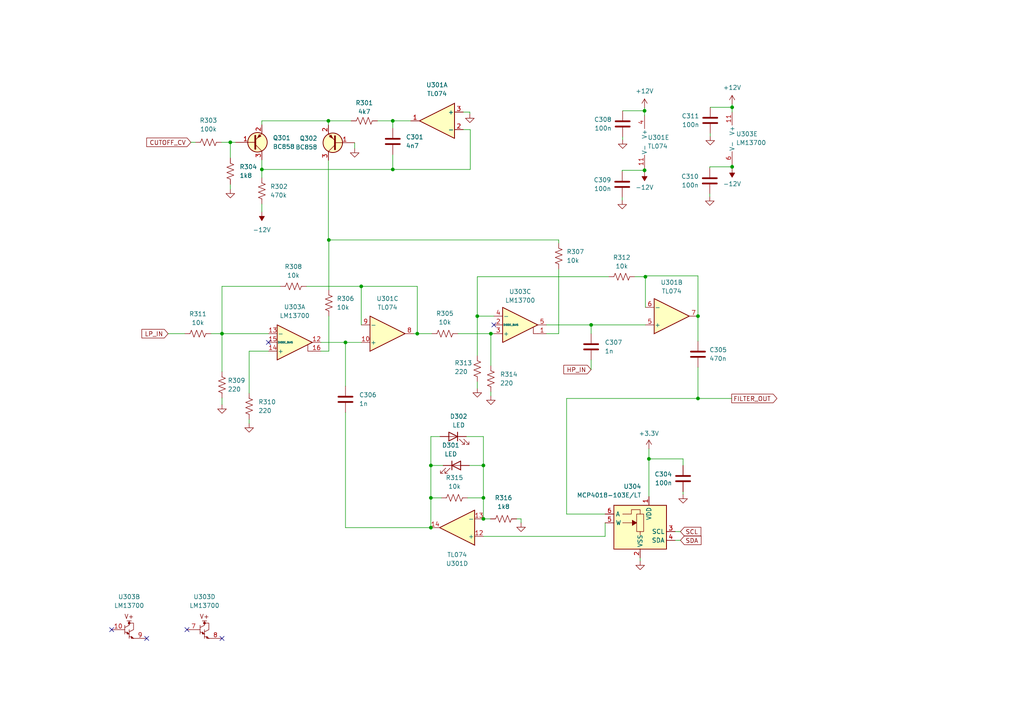
<source format=kicad_sch>
(kicad_sch (version 20230121) (generator eeschema)
  (paper "A4")
  (lib_symbols
    (symbol "Amplifier_Operational:LM13700" (pin_names (offset 0.127))
      (property "Reference" "U" (at 3.81 5.08 0))
      (property "Value" "LM13700" (at 5.08 -5.08 0))
      (symbol "LM13700_1_1"
        (polyline (pts (xy 3.81 -0.635) (xy 3.81 -2.54) (xy 5.08 -2.54)))
        (polyline (pts (xy 5.08 0) (xy -5.08 -5.08) (xy -5.08 5.08) (xy 5.08 0)) (stroke (width 0.254)) (fill (type background)))
        (pin output line (at 7.62 0 180) (length 2.54) (name "~") (number "12"))
        (pin input line (at -7.62 2.54 0) (length 2.54) (name "-") (number "13"))
        (pin input line (at -7.62 -2.54 0) (length 2.54) (name "+") (number "14"))
        (pin input line (at -7.62 0 0) (length 2.54) (name "DIODE_BIAS") (number "15"))
        (pin input line (at 7.62 -2.54 180) (length 2.54) (name "~") (number "16"))
      )
      (symbol "LM13700_2_0"
        (polyline (pts (xy -1.905 2.54) (xy -3.175 2.54)))
      )
      (symbol "LM13700_2_1"
        (circle (center -2.54 1.905) (radius 0.254) (stroke (width 0.254)) (fill (type outline)))
        (polyline (pts (xy -3.81 -0.635) (xy -2.54 -1.27)))
        (polyline (pts (xy -3.81 1.27) (xy -3.81 -1.27)))
        (polyline (pts (xy -2.54 -1.905) (xy -1.27 -2.54)))
        (polyline (pts (xy -2.54 0) (xy -2.54 -2.54)))
        (polyline (pts (xy -3.81 0.635) (xy -2.54 1.27) (xy -2.54 1.905) (xy -2.54 2.54)))
        (polyline (pts (xy -2.54 -1.27) (xy -3.175 -0.635) (xy -3.175 -1.27) (xy -2.54 -1.27)) (fill (type outline)))
        (polyline (pts (xy -2.54 -0.635) (xy -1.27 0) (xy -1.27 1.905) (xy -2.54 1.905)))
        (polyline (pts (xy -1.27 -2.54) (xy -1.905 -1.905) (xy -1.905 -2.54) (xy -1.27 -2.54)) (fill (type outline)))
        (text "V+" (at -2.54 3.81 0) (effects (font (size 1.27 1.27))))
        (pin input line (at -7.62 0 0) (length 3.81) (name "~") (number "10"))
        (pin output line (at 2.54 -2.54 180) (length 3.81) (name "~") (number "9"))
      )
      (symbol "LM13700_3_1"
        (polyline (pts (xy 3.81 -0.635) (xy 3.81 -2.54) (xy 5.08 -2.54)))
        (polyline (pts (xy 5.08 0) (xy -5.08 -5.08) (xy -5.08 5.08) (xy 5.08 0)) (stroke (width 0.254)) (fill (type background)))
        (pin input line (at 7.62 -2.54 180) (length 2.54) (name "~") (number "1"))
        (pin input line (at -7.62 0 0) (length 2.54) (name "DIODE_BIAS") (number "2"))
        (pin input line (at -7.62 -2.54 0) (length 2.54) (name "+") (number "3"))
        (pin input line (at -7.62 2.54 0) (length 2.54) (name "-") (number "4"))
        (pin output line (at 7.62 0 180) (length 2.54) (name "~") (number "5"))
      )
      (symbol "LM13700_4_0"
        (polyline (pts (xy -3.175 2.54) (xy -1.905 2.54)))
        (text "V+" (at -2.54 3.81 0) (effects (font (size 1.27 1.27))))
      )
      (symbol "LM13700_4_1"
        (circle (center -2.54 1.905) (radius 0.254) (stroke (width 0.254)) (fill (type outline)))
        (polyline (pts (xy -3.81 -0.635) (xy -2.54 -1.27)))
        (polyline (pts (xy -3.81 1.27) (xy -3.81 -1.27)))
        (polyline (pts (xy -2.54 -1.905) (xy -1.27 -2.54)))
        (polyline (pts (xy -2.54 0) (xy -2.54 -2.54)))
        (polyline (pts (xy -3.81 0.635) (xy -2.54 1.27) (xy -2.54 2.54)))
        (polyline (pts (xy -2.54 -1.27) (xy -3.175 -0.635) (xy -3.175 -1.27) (xy -2.54 -1.27)) (fill (type outline)))
        (polyline (pts (xy -2.54 -0.635) (xy -1.27 0) (xy -1.27 1.905) (xy -2.54 1.905)))
        (polyline (pts (xy -1.27 -2.54) (xy -1.905 -1.905) (xy -1.905 -2.54) (xy -1.27 -2.54)) (fill (type outline)))
        (pin input line (at -7.62 0 0) (length 3.81) (name "~") (number "7"))
        (pin output line (at 2.54 -2.54 180) (length 3.81) (name "~") (number "8"))
      )
      (symbol "LM13700_5_1"
        (pin power_in line (at -2.54 7.62 270) (length 3.81) (name "V+") (number "11"))
        (pin power_in line (at -2.54 -7.62 90) (length 3.81) (name "V-") (number "6"))
      )
    )
    (symbol "Amplifier_Operational:TL074" (pin_names (offset 0.127))
      (property "Reference" "U" (at 0 5.08 0))
      (property "Value" "TL074" (at 0 -5.08 0))
      (symbol "TL074_1_1"
        (polyline (pts (xy -5.08 5.08) (xy 5.08 0) (xy -5.08 -5.08) (xy -5.08 5.08)) (stroke (width 0.254)) (fill (type background)))
        (pin output line (at 7.62 0 180) (length 2.54) (name "~") (number "1"))
        (pin input line (at -7.62 -2.54 0) (length 2.54) (name "-") (number "2"))
        (pin input line (at -7.62 2.54 0) (length 2.54) (name "+") (number "3"))
      )
      (symbol "TL074_2_1"
        (polyline (pts (xy -5.08 5.08) (xy 5.08 0) (xy -5.08 -5.08) (xy -5.08 5.08)) (stroke (width 0.254)) (fill (type background)))
        (pin input line (at -7.62 2.54 0) (length 2.54) (name "+") (number "5"))
        (pin input line (at -7.62 -2.54 0) (length 2.54) (name "-") (number "6"))
        (pin output line (at 7.62 0 180) (length 2.54) (name "~") (number "7"))
      )
      (symbol "TL074_3_1"
        (polyline (pts (xy -5.08 5.08) (xy 5.08 0) (xy -5.08 -5.08) (xy -5.08 5.08)) (stroke (width 0.254)) (fill (type background)))
        (pin input line (at -7.62 2.54 0) (length 2.54) (name "+") (number "10"))
        (pin output line (at 7.62 0 180) (length 2.54) (name "~") (number "8"))
        (pin input line (at -7.62 -2.54 0) (length 2.54) (name "-") (number "9"))
      )
      (symbol "TL074_4_1"
        (polyline (pts (xy -5.08 5.08) (xy 5.08 0) (xy -5.08 -5.08) (xy -5.08 5.08)) (stroke (width 0.254)) (fill (type background)))
        (pin input line (at -7.62 2.54 0) (length 2.54) (name "+") (number "12"))
        (pin input line (at -7.62 -2.54 0) (length 2.54) (name "-") (number "13"))
        (pin output line (at 7.62 0 180) (length 2.54) (name "~") (number "14"))
      )
      (symbol "TL074_5_1"
        (pin power_in line (at -2.54 -7.62 90) (length 3.81) (name "V-") (number "11"))
        (pin power_in line (at -2.54 7.62 270) (length 3.81) (name "V+") (number "4"))
      )
    )
    (symbol "Device:C" (pin_numbers hide) (pin_names (offset 0.254))
      (property "Reference" "C" (at 0.635 2.54 0))
      (property "Value" "C" (at 0.635 -2.54 0))
      (symbol "C_0_1"
        (polyline (pts (xy -2.032 -0.762) (xy 2.032 -0.762)) (stroke (width 0.508)))
        (polyline (pts (xy -2.032 0.762) (xy 2.032 0.762)) (stroke (width 0.508)))
      )
      (symbol "C_1_1"
        (pin passive line (at 0 3.81 270) (length 2.794) (name "~") (number "1"))
        (pin passive line (at 0 -3.81 90) (length 2.794) (name "~") (number "2"))
      )
    )
    (symbol "Device:LED" (pin_numbers hide) (pin_names (offset 1.016) hide)
      (property "Reference" "D" (at 0 2.54 0))
      (property "Value" "LED" (at 0 -2.54 0))
      (symbol "LED_0_1"
        (polyline (pts (xy -1.27 -1.27) (xy -1.27 1.27)) (stroke (width 0.254)))
        (polyline (pts (xy -1.27 0) (xy 1.27 0)))
        (polyline (pts (xy 1.27 -1.27) (xy 1.27 1.27) (xy -1.27 0) (xy 1.27 -1.27)) (stroke (width 0.254)))
        (polyline (pts (xy -3.048 -0.762) (xy -4.572 -2.286) (xy -3.81 -2.286) (xy -4.572 -2.286) (xy -4.572 -1.524)))
        (polyline (pts (xy -1.778 -0.762) (xy -3.302 -2.286) (xy -2.54 -2.286) (xy -3.302 -2.286) (xy -3.302 -1.524)))
      )
      (symbol "LED_1_1"
        (pin passive line (at -3.81 0 0) (length 2.54) (name "K") (number "1"))
        (pin passive line (at 3.81 0 180) (length 2.54) (name "A") (number "2"))
      )
    )
    (symbol "Device:R_US" (pin_numbers hide) (pin_names (offset 0))
      (property "Reference" "R" (at 2.54 0 90))
      (property "Value" "R_US" (at -2.54 0 90))
      (symbol "R_US_0_1"
        (polyline (pts (xy 0 -2.286) (xy 0 -2.54)))
        (polyline (pts (xy 0 2.286) (xy 0 2.54)))
        (polyline (pts (xy 0 -0.762) (xy 1.016 -1.143) (xy 0 -1.524) (xy -1.016 -1.905) (xy 0 -2.286)))
        (polyline (pts (xy 0 0.762) (xy 1.016 0.381) (xy 0 0) (xy -1.016 -0.381) (xy 0 -0.762)))
        (polyline (pts (xy 0 2.286) (xy 1.016 1.905) (xy 0 1.524) (xy -1.016 1.143) (xy 0 0.762)))
      )
      (symbol "R_US_1_1"
        (pin passive line (at 0 3.81 270) (length 1.27) (name "~") (number "1"))
        (pin passive line (at 0 -3.81 90) (length 1.27) (name "~") (number "2"))
      )
    )
    (symbol "PCM_Transistor_BJT_AKL:BC858" (pin_names hide)
      (property "Reference" "Q" (at 5.08 1.27 0))
      (property "Value" "BC858" (at 5.08 -1.27 0))
      (symbol "BC858_0_1"
        (polyline (pts (xy 0.635 -0.635) (xy 2.54 -2.54)))
        (polyline (pts (xy 0.635 -1.905) (xy 0.635 1.905) (xy 0.635 1.905)) (stroke (width 0.508)))
        (polyline (pts (xy 0.635 0.635) (xy 2.54 2.54) (xy 2.54 2.54)))
        (polyline (pts (xy 2.286 1.778) (xy 1.778 2.286) (xy 1.27 1.27) (xy 2.286 1.778) (xy 2.286 1.778)) (fill (type outline)))
        (circle (center 1.27 0) (radius 2.8194) (stroke (width 0.254)) (fill (type background)))
      )
      (symbol "BC858_1_1"
        (pin input line (at -5.08 0 0) (length 5.715) (name "B") (number "1"))
        (pin passive line (at 2.54 5.08 270) (length 2.54) (name "E") (number "2"))
        (pin passive line (at 2.54 -5.08 90) (length 2.54) (name "C") (number "3"))
      )
    )
    (symbol "Potentiometer_Digital:MCP4018-xxxxLT"
      (property "Reference" "U" (at -7.62 8.89 0))
      (property "Value" "MCP4018-xxxxLT" (at 1.27 8.89 0))
      (symbol "MCP4018-xxxxLT_0_1"
        (polyline (pts (xy 0 0) (xy 0 -1.016)))
        (polyline (pts (xy 5.08 5.08) (xy 2.54 5.08) (xy 2.54 6.35) (xy 0 6.35) (xy 0 5.08)))
      )
      (symbol "MCP4018-xxxxLT_1_1"
        (rectangle (start -7.62 7.62) (end 7.62 -5.08) (stroke (width 0.254)) (fill (type background)))
        (polyline (pts (xy 5.08 2.54) (xy 2.286 2.54)))
        (polyline (pts (xy 2.286 1.778) (xy 2.286 3.302) (xy 1.016 2.54) (xy 2.286 1.778)) (fill (type outline)))
        (rectangle (start 1.016 0) (end -1.016 5.08))
        (pin power_in line (at -2.54 10.16 270) (length 2.54) (name "VDD") (number "1"))
        (pin power_in line (at 0 -7.62 90) (length 2.54) (name "VSS") (number "2"))
        (pin input line (at -10.16 0 0) (length 2.54) (name "SCL") (number "3"))
        (pin bidirectional line (at -10.16 -2.54 0) (length 2.54) (name "SDA") (number "4"))
        (pin passive line (at 10.16 2.54 180) (length 2.54) (name "W") (number "5"))
        (pin passive line (at 10.16 5.08 180) (length 2.54) (name "A") (number "6"))
      )
    )
    (symbol "power:+12V" (power) (pin_names (offset 0))
      (property "Value" "+12V" (at 0 3.556 0))
      (symbol "+12V_0_1"
        (polyline (pts (xy -0.762 1.27) (xy 0 2.54)))
        (polyline (pts (xy 0 0) (xy 0 2.54)))
        (polyline (pts (xy 0 2.54) (xy 0.762 1.27)))
      )
      (symbol "+12V_1_1"
        (pin power_in line (at 0 0 90) (length 0) hide (name "+12V") (number "1"))
      )
    )
    (symbol "power:+3.3V" (power) (pin_names (offset 0))
      (property "Value" "+3.3V" (at 0 3.556 0))
      (symbol "+3.3V_0_1"
        (polyline (pts (xy -0.762 1.27) (xy 0 2.54)))
        (polyline (pts (xy 0 0) (xy 0 2.54)))
        (polyline (pts (xy 0 2.54) (xy 0.762 1.27)))
      )
      (symbol "+3.3V_1_1"
        (pin power_in line (at 0 0 90) (length 0) hide (name "+3.3V") (number "1"))
      )
    )
    (symbol "power:-12V" (power) (pin_names (offset 0))
      (property "Value" "-12V" (at 0 3.81 0))
      (symbol "-12V_0_0"
        (pin power_in line (at 0 0 90) (length 0) hide (name "-12V") (number "1"))
      )
      (symbol "-12V_0_1"
        (polyline (pts (xy 0 0) (xy 0 1.27) (xy 0.762 1.27) (xy 0 2.54) (xy -0.762 1.27) (xy 0 1.27)) (fill (type outline)))
      )
    )
    (symbol "power:GND" (power) (pin_names (offset 0))
      (symbol "GND_0_1"
        (polyline (pts (xy 0 0) (xy 0 -1.27) (xy 1.27 -1.27) (xy 0 -2.54) (xy -1.27 -1.27) (xy 0 -1.27)))
      )
      (symbol "GND_1_1"
        (pin power_in line (at 0 0 270) (length 0) hide (name "GND") (number "1"))
      )
    )
  )
  (junction (at 140.208 144.399))
  (junction (at 75.946 49.149))
  (junction (at 66.802 41.275))
  (junction (at 186.944 32.131))
  (junction (at 212.344 31.115))
  (junction (at 95.377 69.596))
  (junction (at 113.919 49.149))
  (junction (at 64.389 96.774))
  (junction (at 171.45 94.234))
  (junction (at 121.031 96.774))
  (junction (at 142.367 96.774))
  (junction (at 187.198 80.264))
  (junction (at 202.438 115.57))
  (junction (at 104.775 83.058))
  (junction (at 124.968 144.399))
  (junction (at 212.344 48.387))
  (junction (at 202.438 91.694))
  (junction (at 140.208 150.495))
  (junction (at 140.208 135.001))
  (junction (at 100.203 99.314))
  (junction (at 124.968 153.035))
  (junction (at 95.25 35.052))
  (junction (at 124.968 135.001))
  (junction (at 113.919 35.052))
  (junction (at 138.43 91.694))
  (junction (at 188.214 133.096))
  (junction (at 186.944 49.403))
  (no_connect (at 54.229 182.626))
  (no_connect (at 32.385 182.626))
  (no_connect (at 143.256 94.234))
  (no_connect (at 77.851 99.314))
  (no_connect (at 64.389 185.166))
  (no_connect (at 42.545 185.166))
  (wire (pts (xy 187.198 89.154) (xy 187.198 80.264)))
  (wire (pts (xy 135.636 144.399) (xy 140.208 144.399)))
  (wire (pts (xy 188.214 130.175) (xy 188.214 133.096)))
  (wire (pts (xy 180.467 49.657) (xy 180.467 49.403)))
  (wire (pts (xy 88.9 83.058) (xy 104.775 83.058)))
  (wire (pts (xy 124.968 135.001) (xy 124.968 144.399)))
  (wire (pts (xy 212.344 48.387) (xy 212.344 48.895)))
  (wire (pts (xy 104.775 94.234) (xy 104.775 83.058)))
  (wire (pts (xy 100.203 119.634) (xy 100.203 153.035)))
  (wire (pts (xy 132.842 96.774) (xy 142.367 96.774)))
  (wire (pts (xy 198.12 133.096) (xy 188.214 133.096)))
  (wire (pts (xy 121.031 96.774) (xy 125.222 96.774)))
  (wire (pts (xy 61.214 96.774) (xy 64.389 96.774)))
  (wire (pts (xy 100.203 99.314) (xy 93.091 99.314)))
  (wire (pts (xy 180.594 39.751) (xy 180.594 40.513)))
  (wire (pts (xy 175.514 155.575) (xy 175.514 151.638)))
  (wire (pts (xy 95.25 35.052) (xy 95.25 36.322)))
  (wire (pts (xy 128.016 144.399) (xy 124.968 144.399)))
  (wire (pts (xy 180.467 57.277) (xy 180.467 58.039)))
  (wire (pts (xy 158.496 96.774) (xy 162.052 96.774)))
  (wire (pts (xy 134.366 32.512) (xy 136.271 32.512)))
  (wire (pts (xy 142.367 113.665) (xy 142.367 114.808)))
  (wire (pts (xy 124.968 144.399) (xy 124.968 153.035)))
  (wire (pts (xy 75.946 46.355) (xy 75.946 49.149)))
  (wire (pts (xy 198.12 142.621) (xy 198.12 143.383)))
  (wire (pts (xy 95.377 101.854) (xy 95.377 91.694)))
  (wire (pts (xy 64.389 115.443) (xy 64.389 117.348)))
  (wire (pts (xy 195.834 156.718) (xy 197.358 156.718)))
  (wire (pts (xy 124.968 153.035) (xy 100.203 153.035)))
  (wire (pts (xy 48.768 96.774) (xy 53.594 96.774)))
  (wire (pts (xy 186.944 32.131) (xy 186.944 33.528)))
  (wire (pts (xy 212.344 30.226) (xy 212.344 31.115)))
  (wire (pts (xy 136.271 32.512) (xy 136.271 33.02)))
  (wire (pts (xy 72.263 121.666) (xy 72.263 122.809)))
  (wire (pts (xy 186.944 49.403) (xy 186.944 49.911)))
  (wire (pts (xy 124.968 126.619) (xy 124.968 135.001)))
  (wire (pts (xy 136.398 49.149) (xy 136.398 37.592)))
  (wire (pts (xy 138.43 91.694) (xy 143.256 91.694)))
  (wire (pts (xy 171.45 94.234) (xy 187.198 94.234)))
  (wire (pts (xy 140.208 135.001) (xy 140.208 144.399)))
  (wire (pts (xy 104.775 83.058) (xy 121.031 83.058)))
  (wire (pts (xy 188.214 133.096) (xy 188.214 144.018)))
  (wire (pts (xy 55.372 41.275) (xy 56.642 41.275)))
  (wire (pts (xy 66.802 41.275) (xy 68.326 41.275)))
  (wire (pts (xy 95.25 69.596) (xy 95.377 69.596)))
  (wire (pts (xy 175.514 149.098) (xy 164.338 149.098)))
  (wire (pts (xy 140.208 126.619) (xy 140.208 135.001)))
  (wire (pts (xy 120.015 96.774) (xy 121.031 96.774)))
  (wire (pts (xy 75.946 49.149) (xy 113.919 49.149)))
  (wire (pts (xy 72.263 114.046) (xy 72.263 101.854)))
  (wire (pts (xy 142.367 96.774) (xy 142.367 106.045)))
  (wire (pts (xy 113.919 35.052) (xy 113.919 37.211)))
  (wire (pts (xy 180.467 49.403) (xy 186.944 49.403)))
  (wire (pts (xy 75.946 35.052) (xy 95.25 35.052)))
  (wire (pts (xy 72.263 101.854) (xy 77.851 101.854)))
  (wire (pts (xy 113.919 49.149) (xy 136.398 49.149)))
  (wire (pts (xy 205.994 38.735) (xy 205.994 39.497)))
  (wire (pts (xy 138.43 110.744) (xy 138.43 112.649)))
  (wire (pts (xy 205.867 48.387) (xy 212.344 48.387)))
  (wire (pts (xy 140.208 144.399) (xy 140.208 150.495)))
  (wire (pts (xy 162.052 96.774) (xy 162.052 78.105)))
  (wire (pts (xy 186.944 48.768) (xy 186.944 49.403)))
  (wire (pts (xy 176.53 80.264) (xy 138.43 80.264)))
  (wire (pts (xy 135.255 126.619) (xy 140.208 126.619)))
  (wire (pts (xy 121.031 83.058) (xy 121.031 96.774)))
  (wire (pts (xy 93.091 101.854) (xy 95.377 101.854)))
  (wire (pts (xy 202.438 106.553) (xy 202.438 115.57)))
  (wire (pts (xy 124.968 135.001) (xy 128.524 135.001)))
  (wire (pts (xy 102.87 41.402) (xy 102.87 43.053)))
  (wire (pts (xy 66.802 53.467) (xy 66.802 54.864)))
  (wire (pts (xy 64.262 41.275) (xy 66.802 41.275)))
  (wire (pts (xy 138.43 80.264) (xy 138.43 91.694)))
  (wire (pts (xy 164.338 115.57) (xy 202.438 115.57)))
  (wire (pts (xy 104.775 99.314) (xy 100.203 99.314)))
  (wire (pts (xy 113.919 35.052) (xy 119.126 35.052)))
  (wire (pts (xy 187.198 80.264) (xy 187.198 80.01)))
  (wire (pts (xy 142.367 96.774) (xy 143.256 96.774)))
  (wire (pts (xy 136.144 135.001) (xy 140.208 135.001)))
  (wire (pts (xy 205.867 56.261) (xy 205.867 57.023)))
  (wire (pts (xy 151.13 150.495) (xy 151.13 151.638)))
  (wire (pts (xy 140.208 155.575) (xy 175.514 155.575)))
  (wire (pts (xy 184.15 80.264) (xy 187.198 80.264)))
  (wire (pts (xy 158.496 94.234) (xy 171.45 94.234)))
  (wire (pts (xy 171.45 94.234) (xy 171.45 96.774)))
  (wire (pts (xy 185.674 161.798) (xy 185.674 162.687)))
  (wire (pts (xy 187.198 80.01) (xy 202.438 80.01)))
  (wire (pts (xy 66.802 41.275) (xy 66.802 45.847)))
  (wire (pts (xy 75.946 59.182) (xy 75.946 61.468)))
  (wire (pts (xy 140.208 150.495) (xy 142.24 150.495)))
  (wire (pts (xy 113.919 44.831) (xy 113.919 49.149)))
  (wire (pts (xy 202.438 98.933) (xy 202.438 91.694)))
  (wire (pts (xy 180.594 32.131) (xy 186.944 32.131)))
  (wire (pts (xy 164.338 149.098) (xy 164.338 115.57)))
  (wire (pts (xy 136.398 37.592) (xy 134.366 37.592)))
  (wire (pts (xy 205.867 48.641) (xy 205.867 48.387)))
  (wire (pts (xy 162.052 69.596) (xy 162.052 70.485)))
  (wire (pts (xy 75.946 49.149) (xy 75.946 51.562)))
  (wire (pts (xy 202.438 115.57) (xy 212.217 115.57)))
  (wire (pts (xy 64.389 96.774) (xy 77.851 96.774)))
  (wire (pts (xy 100.203 99.314) (xy 100.203 112.014)))
  (wire (pts (xy 95.25 35.052) (xy 101.854 35.052)))
  (wire (pts (xy 198.12 135.001) (xy 198.12 133.096)))
  (wire (pts (xy 64.389 83.058) (xy 81.28 83.058)))
  (wire (pts (xy 212.344 47.752) (xy 212.344 48.387)))
  (wire (pts (xy 95.377 69.596) (xy 95.377 84.074)))
  (wire (pts (xy 138.43 103.124) (xy 138.43 91.694)))
  (wire (pts (xy 186.944 31.242) (xy 186.944 32.131)))
  (wire (pts (xy 127.635 126.619) (xy 124.968 126.619)))
  (wire (pts (xy 195.834 154.178) (xy 197.358 154.178)))
  (wire (pts (xy 64.389 107.823) (xy 64.389 96.774)))
  (wire (pts (xy 202.438 80.01) (xy 202.438 91.694)))
  (wire (pts (xy 95.25 46.482) (xy 95.25 69.596)))
  (wire (pts (xy 205.994 31.115) (xy 212.344 31.115)))
  (wire (pts (xy 64.389 96.774) (xy 64.389 83.058)))
  (wire (pts (xy 212.344 31.115) (xy 212.344 32.512)))
  (wire (pts (xy 75.946 36.195) (xy 75.946 35.052)))
  (wire (pts (xy 109.474 35.052) (xy 113.919 35.052)))
  (wire (pts (xy 95.377 69.596) (xy 162.052 69.596)))
  (wire (pts (xy 149.86 150.495) (xy 151.13 150.495)))
  (wire (pts (xy 171.45 104.394) (xy 171.45 107.188)))
  (global_label "HP_IN" (shape input) (at 171.45 107.188 180) (property "Intersheetrefs" "${INTERSHEET_REFS}" (effects hide)))
  (global_label "SCL" (shape input) (at 197.358 154.178 0) (property "Intersheetrefs" "${INTERSHEET_REFS}" (effects hide)))
  (global_label "CUTOFF_CV" (shape input) (at 55.372 41.275 180) (property "Intersheetrefs" "${INTERSHEET_REFS}" (effects hide)))
  (global_label "SDA" (shape input) (at 197.358 156.718 0) (property "Intersheetrefs" "${INTERSHEET_REFS}" (effects hide)))
  (global_label "LP_IN" (shape input) (at 48.768 96.774 180) (property "Intersheetrefs" "${INTERSHEET_REFS}" (effects hide)))
  (global_label "FILTER_OUT" (shape output) (at 212.217 115.57 0) (property "Intersheetrefs" "${INTERSHEET_REFS}" (effects hide)))
  (symbol (lib_id "Device:C") (at 180.594 35.941 0) (mirror y) (unit 1)
    (property "Reference" "C308" (at 177.419 34.671 0) (effects (justify left)))
    (property "Value" "100n" (at 177.419 37.211 0) (effects (justify left)))
    (property "Footprint" "Capacitor_SMD:C_0805_2012Metric" (effects hide))
  )
  (symbol (lib_id "Device:R_US") (at 72.263 117.856 180) (unit 1)
    (property "Reference" "R310" (at 74.93 116.586 0) (effects (justify right)))
    (property "Value" "220" (at 74.93 119.126 0) (effects (justify right)))
    (property "Footprint" "PCM_Resistor_SMD_AKL:R_0805_2012Metric" (effects hide))
  )
  (symbol (lib_id "Device:LED") (at 132.334 135.001 0) (unit 1)
    (property "Reference" "D301" (at 130.7465 129.159 0))
    (property "Value" "LED" (at 130.7465 131.699 0))
    (property "Footprint" "LED_SMD:LED_0805_2012Metric" (effects hide))
  )
  (symbol (lib_id "Amplifier_Operational:TL074") (at 184.404 41.148 0) (mirror y) (unit 5)
    (property "Reference" "U301" (at 187.833 39.878 0) (effects (justify right)))
    (property "Value" "TL074" (at 187.833 42.418 0) (effects (justify right)))
    (property "Footprint" "Package_SO:SOIC-14_3.9x8.7mm_P1.27mm" (effects hide))
    (property "Datasheet" "http://www.ti.com/lit/ds/symlink/tl071.pdf" (effects hide))
  )
  (symbol (lib_id "power:GND") (at 198.12 143.383 0) (mirror y) (unit 1)
    (property "Reference" "#PWR0315" (effects hide))
    (property "Value" "GND" (effects hide))
  )
  (symbol (lib_id "Device:R_US") (at 64.389 111.633 180) (unit 1)
    (property "Reference" "R309" (at 66.04 110.363 0) (effects (justify right)))
    (property "Value" "220" (at 66.04 112.903 0) (effects (justify right)))
    (property "Footprint" "PCM_Resistor_SMD_AKL:R_0805_2012Metric" (effects hide))
  )
  (symbol (lib_id "Amplifier_Operational:LM13700") (at 214.884 40.132 0) (unit 5)
    (property "Reference" "U303" (at 213.487 38.862 0) (effects (justify left)))
    (property "Value" "LM13700" (at 213.487 41.402 0) (effects (justify left)))
    (property "Footprint" "Package_SO:SOIC-16_3.9x9.9mm_P1.27mm" (effects hide))
    (property "Datasheet" "http://www.ti.com/lit/ds/symlink/lm13700.pdf" (effects hide))
  )
  (symbol (lib_id "power:GND") (at 138.43 112.649 0) (unit 1)
    (property "Reference" "#PWR0312" (effects hide))
    (property "Value" "GND" (effects hide))
  )
  (symbol (lib_id "Device:C") (at 100.203 115.824 0) (unit 1)
    (property "Reference" "C306" (at 104.14 114.554 0) (effects (justify left)))
    (property "Value" "1n" (at 104.14 117.094 0) (effects (justify left)))
    (property "Footprint" "Capacitor_SMD:C_0805_2012Metric" (effects hide))
  )
  (symbol (lib_id "Device:R_US") (at 75.946 55.372 180) (unit 1)
    (property "Reference" "R302" (at 78.359 54.102 0) (effects (justify right)))
    (property "Value" "470k" (at 78.359 56.642 0) (effects (justify right)))
    (property "Footprint" "PCM_Resistor_SMD_AKL:R_0805_2012Metric" (effects hide))
  )
  (symbol (lib_id "power:GND") (at 151.13 151.638 0) (unit 1)
    (property "Reference" "#PWR0316" (effects hide))
    (property "Value" "GND" (effects hide))
  )
  (symbol (lib_id "Device:C") (at 202.438 102.743 0) (unit 1)
    (property "Reference" "C305" (at 205.74 101.473 0) (effects (justify left)))
    (property "Value" "470n" (at 205.74 104.013 0) (effects (justify left)))
    (property "Footprint" "Capacitor_SMD:C_0805_2012Metric" (effects hide))
  )
  (symbol (lib_id "power:GND") (at 102.87 43.053 0) (unit 1)
    (property "Reference" "#PWR0301" (effects hide))
    (property "Value" "GND" (effects hide))
  )
  (symbol (lib_id "Device:R_US") (at 95.377 87.884 0) (unit 1)
    (property "Reference" "R306" (at 97.663 86.614 0) (effects (justify left)))
    (property "Value" "10k" (at 97.663 89.154 0) (effects (justify left)))
    (property "Footprint" "PCM_Resistor_SMD_AKL:R_0805_2012Metric" (effects hide))
  )
  (symbol (lib_id "Device:R_US") (at 138.43 106.934 180) (unit 1)
    (property "Reference" "R313" (at 131.826 105.283 0) (effects (justify right)))
    (property "Value" "220" (at 131.826 107.823 0) (effects (justify right)))
    (property "Footprint" "PCM_Resistor_SMD_AKL:R_0805_2012Metric" (effects hide))
  )
  (symbol (lib_id "power:+3.3V") (at 188.214 130.175 0) (mirror y) (unit 1)
    (property "Reference" "#PWR0314" (effects hide))
    (property "Value" "+3.3V" (at 188.214 125.73 0))
  )
  (symbol (lib_id "Amplifier_Operational:LM13700") (at 61.849 182.626 0) (unit 4)
    (property "Reference" "U303" (at 59.309 173.101 0))
    (property "Value" "LM13700" (at 59.309 175.641 0))
    (property "Footprint" "Package_SO:SOIC-16_3.9x9.9mm_P1.27mm" (effects hide))
    (property "Datasheet" "http://www.ti.com/lit/ds/symlink/lm13700.pdf" (effects hide))
  )
  (symbol (lib_id "Device:C") (at 113.919 41.021 0) (unit 1)
    (property "Reference" "C301" (at 117.729 39.751 0) (effects (justify left)))
    (property "Value" "4n7" (at 117.729 42.291 0) (effects (justify left)))
    (property "Footprint" "Capacitor_SMD:C_0805_2012Metric" (effects hide))
  )
  (symbol (lib_id "power:GND") (at 72.263 122.809 0) (unit 1)
    (property "Reference" "#PWR0311" (effects hide))
    (property "Value" "GND" (effects hide))
  )
  (symbol (lib_id "Device:C") (at 198.12 138.811 0) (mirror y) (unit 1)
    (property "Reference" "C304" (at 194.945 137.541 0) (effects (justify left)))
    (property "Value" "100n" (at 194.945 140.081 0) (effects (justify left)))
    (property "Footprint" "Capacitor_SMD:C_0805_2012Metric" (effects hide))
  )
  (symbol (lib_id "PCM_Transistor_BJT_AKL:BC858") (at 97.79 41.402 0) (mirror y) (unit 1)
    (property "Reference" "Q302" (at 92.075 40.132 0) (effects (justify left)))
    (property "Value" "BC858" (at 92.075 42.672 0) (effects (justify left)))
    (property "Footprint" "PCM_Package_TO_SOT_SMD_AKL:SOT-23" (effects hide))
    (property "Datasheet" "https://www.tme.eu/Document/c382caaa0cc481743f0c0197b727e2d1/BC856A.pdf" (effects hide))
  )
  (symbol (lib_id "Device:C") (at 205.867 52.451 0) (mirror y) (unit 1)
    (property "Reference" "C310" (at 202.692 51.181 0) (effects (justify left)))
    (property "Value" "100n" (at 202.692 53.721 0) (effects (justify left)))
    (property "Footprint" "Capacitor_SMD:C_0805_2012Metric" (effects hide))
  )
  (symbol (lib_id "Amplifier_Operational:LM13700") (at 85.471 99.314 0) (unit 1)
    (property "Reference" "U303" (at 85.471 89.027 0))
    (property "Value" "LM13700" (at 85.471 91.567 0))
    (property "Footprint" "Package_SO:SOIC-16_3.9x9.9mm_P1.27mm" (effects hide))
    (property "Datasheet" "http://www.ti.com/lit/ds/symlink/lm13700.pdf" (effects hide))
  )
  (symbol (lib_id "Device:R_US") (at 85.09 83.058 90) (unit 1)
    (property "Reference" "R308" (at 85.09 77.343 90))
    (property "Value" "10k" (at 85.09 79.883 90))
    (property "Footprint" "PCM_Resistor_SMD_AKL:R_0805_2012Metric" (effects hide))
  )
  (symbol (lib_id "Amplifier_Operational:TL074") (at 194.818 91.694 0) (mirror x) (unit 2)
    (property "Reference" "U301" (at 194.818 81.915 0))
    (property "Value" "TL074" (at 194.818 84.455 0))
    (property "Footprint" "Package_SO:SOIC-14_3.9x8.7mm_P1.27mm" (effects hide))
    (property "Datasheet" "http://www.ti.com/lit/ds/symlink/tl071.pdf" (effects hide))
  )
  (symbol (lib_id "PCM_Transistor_BJT_AKL:BC858") (at 73.406 41.275 0) (unit 1)
    (property "Reference" "Q301" (at 79.121 40.005 0) (effects (justify left)))
    (property "Value" "BC858" (at 79.121 42.545 0) (effects (justify left)))
    (property "Footprint" "PCM_Package_TO_SOT_SMD_AKL:SOT-23" (effects hide))
    (property "Datasheet" "https://www.tme.eu/Document/c382caaa0cc481743f0c0197b727e2d1/BC856A.pdf" (effects hide))
  )
  (symbol (lib_id "power:-12V") (at 75.946 61.468 180) (unit 1)
    (property "Reference" "#PWR0304" (effects hide))
    (property "Value" "-12V" (at 75.946 66.675 0))
  )
  (symbol (lib_id "Amplifier_Operational:TL074") (at 126.746 35.052 0) (mirror y) (unit 1)
    (property "Reference" "U301" (at 126.746 24.638 0))
    (property "Value" "TL074" (at 126.746 27.178 0))
    (property "Footprint" "Package_SO:SOIC-14_3.9x8.7mm_P1.27mm" (effects hide))
    (property "Datasheet" "http://www.ti.com/lit/ds/symlink/tl071.pdf" (effects hide))
  )
  (symbol (lib_id "power:GND") (at 66.802 54.864 0) (unit 1)
    (property "Reference" "#PWR0303" (effects hide))
    (property "Value" "GND" (effects hide))
  )
  (symbol (lib_id "Amplifier_Operational:LM13700") (at 40.005 182.626 0) (unit 2)
    (property "Reference" "U303" (at 37.465 173.101 0))
    (property "Value" "LM13700" (at 37.465 175.641 0))
    (property "Footprint" "Package_SO:SOIC-16_3.9x9.9mm_P1.27mm" (effects hide))
    (property "Datasheet" "http://www.ti.com/lit/ds/symlink/lm13700.pdf" (effects hide))
  )
  (symbol (lib_id "Device:C") (at 205.994 34.925 0) (mirror y) (unit 1)
    (property "Reference" "C311" (at 202.819 33.655 0) (effects (justify left)))
    (property "Value" "100n" (at 202.819 36.195 0) (effects (justify left)))
    (property "Footprint" "Capacitor_SMD:C_0805_2012Metric" (effects hide))
  )
  (symbol (lib_id "power:GND") (at 205.867 57.023 0) (mirror y) (unit 1)
    (property "Reference" "#PWR0324" (effects hide))
    (property "Value" "GND" (effects hide))
  )
  (symbol (lib_id "Device:R_US") (at 180.34 80.264 90) (unit 1)
    (property "Reference" "R312" (at 180.34 74.676 90))
    (property "Value" "10k" (at 180.34 77.216 90))
    (property "Footprint" "PCM_Resistor_SMD_AKL:R_0805_2012Metric" (effects hide))
  )
  (symbol (lib_id "Potentiometer_Digital:MCP4018-xxxxLT") (at 185.674 154.178 0) (mirror y) (unit 1)
    (property "Reference" "U304" (at 186.0199 141.097 0) (effects (justify left)))
    (property "Value" "MCP4018-103E/LT" (at 186.0199 143.637 0) (effects (justify left)))
    (property "Footprint" "Package_TO_SOT_SMD:SOT-363_SC-70-6" (effects hide))
    (property "Datasheet" "http://ww1.microchip.com/downloads/en/DeviceDoc/22147a.pdf" (effects hide))
  )
  (symbol (lib_id "power:GND") (at 142.367 114.808 0) (unit 1)
    (property "Reference" "#PWR0313" (effects hide))
    (property "Value" "GND" (effects hide))
  )
  (symbol (lib_id "Device:C") (at 171.45 100.584 0) (unit 1)
    (property "Reference" "C307" (at 175.387 99.314 0) (effects (justify left)))
    (property "Value" "1n" (at 175.387 101.854 0) (effects (justify left)))
    (property "Footprint" "Capacitor_SMD:C_0805_2012Metric" (effects hide))
  )
  (symbol (lib_id "power:GND") (at 64.389 117.348 0) (unit 1)
    (property "Reference" "#PWR0310" (effects hide))
    (property "Value" "GND" (effects hide))
  )
  (symbol (lib_id "power:+12V") (at 212.344 30.226 0) (unit 1)
    (property "Reference" "#PWR0326" (effects hide))
    (property "Value" "+12V" (at 212.344 25.4 0))
  )
  (symbol (lib_id "Device:R_US") (at 146.05 150.495 270) (unit 1)
    (property "Reference" "R316" (at 146.05 144.399 90))
    (property "Value" "1k8" (at 146.05 146.939 90))
    (property "Footprint" "PCM_Resistor_SMD_AKL:R_0805_2012Metric" (effects hide))
  )
  (symbol (lib_id "Amplifier_Operational:LM13700") (at 150.876 94.234 0) (unit 3)
    (property "Reference" "U303" (at 150.876 84.582 0))
    (property "Value" "LM13700" (at 150.876 87.122 0))
    (property "Footprint" "Package_SO:SOIC-16_3.9x9.9mm_P1.27mm" (effects hide))
    (property "Datasheet" "http://www.ti.com/lit/ds/symlink/lm13700.pdf" (effects hide))
  )
  (symbol (lib_id "power:-12V") (at 212.344 48.895 180) (unit 1)
    (property "Reference" "#PWR0327" (effects hide))
    (property "Value" "-12V" (at 212.344 53.34 0))
  )
  (symbol (lib_id "power:GND") (at 136.271 33.02 0) (unit 1)
    (property "Reference" "#PWR0302" (effects hide))
    (property "Value" "GND" (effects hide))
  )
  (symbol (lib_id "Device:R_US") (at 131.826 144.399 270) (unit 1)
    (property "Reference" "R315" (at 131.826 138.557 90))
    (property "Value" "10k" (at 131.826 141.097 90))
    (property "Footprint" "PCM_Resistor_SMD_AKL:R_0805_2012Metric" (effects hide))
  )
  (symbol (lib_id "Device:R_US") (at 60.452 41.275 270) (unit 1)
    (property "Reference" "R303" (at 60.452 34.925 90))
    (property "Value" "100k" (at 60.452 37.465 90))
    (property "Footprint" "PCM_Resistor_SMD_AKL:R_0805_2012Metric" (effects hide))
  )
  (symbol (lib_id "Device:R_US") (at 142.367 109.855 180) (unit 1)
    (property "Reference" "R314" (at 145.034 108.585 0) (effects (justify right)))
    (property "Value" "220" (at 145.034 111.125 0) (effects (justify right)))
    (property "Footprint" "PCM_Resistor_SMD_AKL:R_0805_2012Metric" (effects hide))
  )
  (symbol (lib_id "Device:R_US") (at 66.802 49.657 0) (unit 1)
    (property "Reference" "R304" (at 69.469 48.387 0) (effects (justify left)))
    (property "Value" "1k8" (at 69.469 50.927 0) (effects (justify left)))
    (property "Footprint" "PCM_Resistor_SMD_AKL:R_0805_2012Metric" (effects hide))
  )
  (symbol (lib_id "Device:R_US") (at 57.404 96.774 90) (unit 1)
    (property "Reference" "R311" (at 57.404 91.059 90))
    (property "Value" "10k" (at 57.404 93.599 90))
    (property "Footprint" "PCM_Resistor_SMD_AKL:R_0805_2012Metric" (effects hide))
  )
  (symbol (lib_id "power:+12V") (at 186.944 31.242 0) (unit 1)
    (property "Reference" "#PWR0318" (effects hide))
    (property "Value" "+12V" (at 186.944 26.416 0))
  )
  (symbol (lib_id "Device:R_US") (at 129.032 96.774 270) (unit 1)
    (property "Reference" "R305" (at 129.032 90.932 90))
    (property "Value" "10k" (at 129.032 93.472 90))
    (property "Footprint" "PCM_Resistor_SMD_AKL:R_0805_2012Metric" (effects hide))
  )
  (symbol (lib_id "power:GND") (at 205.994 39.497 0) (mirror y) (unit 1)
    (property "Reference" "#PWR0325" (effects hide))
    (property "Value" "GND" (effects hide))
  )
  (symbol (lib_id "power:-12V") (at 186.944 49.911 180) (unit 1)
    (property "Reference" "#PWR0319" (effects hide))
    (property "Value" "-12V" (at 186.944 54.356 0))
  )
  (symbol (lib_id "Device:R_US") (at 162.052 74.295 0) (unit 1)
    (property "Reference" "R307" (at 164.338 73.025 0) (effects (justify left)))
    (property "Value" "10k" (at 164.338 75.565 0) (effects (justify left)))
    (property "Footprint" "PCM_Resistor_SMD_AKL:R_0805_2012Metric" (effects hide))
  )
  (symbol (lib_id "Device:C") (at 180.467 53.467 0) (mirror y) (unit 1)
    (property "Reference" "C309" (at 177.292 52.197 0) (effects (justify left)))
    (property "Value" "100n" (at 177.292 54.737 0) (effects (justify left)))
    (property "Footprint" "Capacitor_SMD:C_0805_2012Metric" (effects hide))
  )
  (symbol (lib_id "power:GND") (at 185.674 162.687 0) (mirror y) (unit 1)
    (property "Reference" "#PWR0317" (effects hide))
    (property "Value" "GND" (effects hide))
  )
  (symbol (lib_id "Device:R_US") (at 105.664 35.052 90) (unit 1)
    (property "Reference" "R301" (at 105.664 29.845 90))
    (property "Value" "4k7" (at 105.664 32.385 90))
    (property "Footprint" "PCM_Resistor_SMD_AKL:R_0805_2012Metric" (effects hide))
  )
  (symbol (lib_id "Amplifier_Operational:TL074") (at 132.588 153.035 180) (unit 4)
    (property "Reference" "U301" (at 132.588 163.449 0))
    (property "Value" "TL074" (at 132.588 160.909 0))
    (property "Footprint" "Package_SO:SOIC-14_3.9x8.7mm_P1.27mm" (effects hide))
    (property "Datasheet" "http://www.ti.com/lit/ds/symlink/tl071.pdf" (effects hide))
  )
  (symbol (lib_id "power:GND") (at 180.594 40.513 0) (mirror y) (unit 1)
    (property "Reference" "#PWR0322" (effects hide))
    (property "Value" "GND" (effects hide))
  )
  (symbol (lib_id "Amplifier_Operational:TL074") (at 112.395 96.774 0) (mirror x) (unit 3)
    (property "Reference" "U301" (at 112.395 86.614 0))
    (property "Value" "TL074" (at 112.395 89.154 0))
    (property "Footprint" "Package_SO:SOIC-14_3.9x8.7mm_P1.27mm" (effects hide))
    (property "Datasheet" "http://www.ti.com/lit/ds/symlink/tl071.pdf" (effects hide))
  )
  (symbol (lib_id "Device:LED") (at 131.445 126.619 0) (mirror y) (unit 1)
    (property "Reference" "D302" (at 133.0325 120.777 0))
    (property "Value" "LED" (at 133.0325 123.317 0))
    (property "Footprint" "LED_SMD:LED_0805_2012Metric" (effects hide))
  )
  (symbol (lib_id "power:GND") (at 180.467 58.039 0) (mirror y) (unit 1)
    (property "Reference" "#PWR0323" (effects hide))
    (property "Value" "GND" (effects hide))
  )
)
</source>
